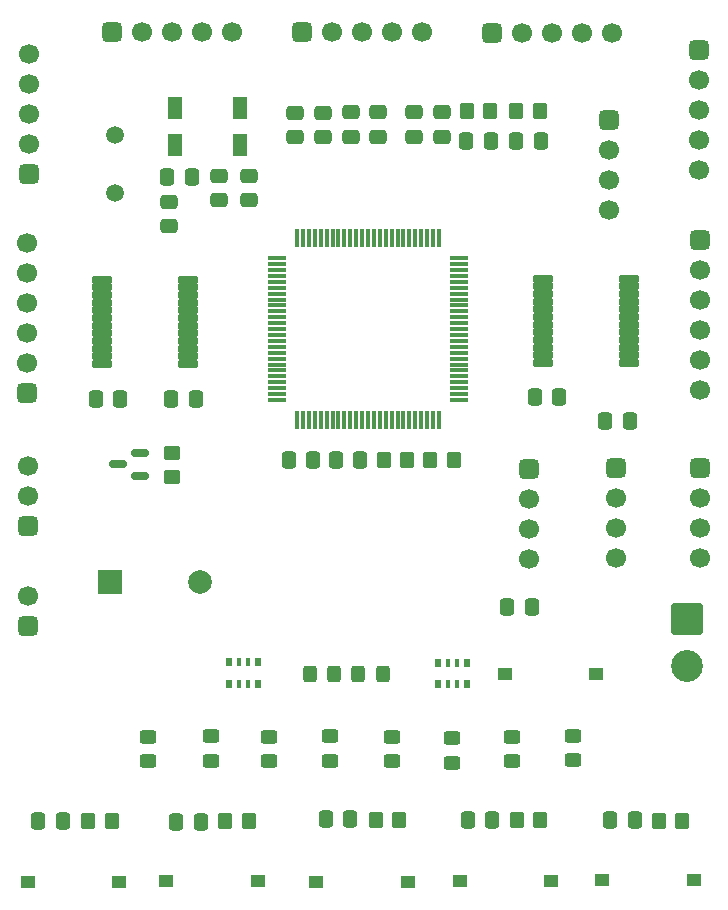
<source format=gts>
G04 #@! TF.GenerationSoftware,KiCad,Pcbnew,7.0.8*
G04 #@! TF.CreationDate,2023-11-09T09:46:19+07:00*
G04 #@! TF.ProjectId,PCB v2,50434220-7632-42e6-9b69-6361645f7063,rev?*
G04 #@! TF.SameCoordinates,Original*
G04 #@! TF.FileFunction,Soldermask,Top*
G04 #@! TF.FilePolarity,Negative*
%FSLAX46Y46*%
G04 Gerber Fmt 4.6, Leading zero omitted, Abs format (unit mm)*
G04 Created by KiCad (PCBNEW 7.0.8) date 2023-11-09 09:46:19*
%MOMM*%
%LPD*%
G01*
G04 APERTURE LIST*
G04 Aperture macros list*
%AMRoundRect*
0 Rectangle with rounded corners*
0 $1 Rounding radius*
0 $2 $3 $4 $5 $6 $7 $8 $9 X,Y pos of 4 corners*
0 Add a 4 corners polygon primitive as box body*
4,1,4,$2,$3,$4,$5,$6,$7,$8,$9,$2,$3,0*
0 Add four circle primitives for the rounded corners*
1,1,$1+$1,$2,$3*
1,1,$1+$1,$4,$5*
1,1,$1+$1,$6,$7*
1,1,$1+$1,$8,$9*
0 Add four rect primitives between the rounded corners*
20,1,$1+$1,$2,$3,$4,$5,0*
20,1,$1+$1,$4,$5,$6,$7,0*
20,1,$1+$1,$6,$7,$8,$9,0*
20,1,$1+$1,$8,$9,$2,$3,0*%
G04 Aperture macros list end*
%ADD10RoundRect,0.425000X-0.425000X0.425000X-0.425000X-0.425000X0.425000X-0.425000X0.425000X0.425000X0*%
%ADD11C,1.700000*%
%ADD12RoundRect,0.250000X0.475000X-0.337500X0.475000X0.337500X-0.475000X0.337500X-0.475000X-0.337500X0*%
%ADD13C,2.700000*%
%ADD14RoundRect,0.250001X-1.099999X1.099999X-1.099999X-1.099999X1.099999X-1.099999X1.099999X1.099999X0*%
%ADD15RoundRect,0.250000X0.337500X0.475000X-0.337500X0.475000X-0.337500X-0.475000X0.337500X-0.475000X0*%
%ADD16RoundRect,0.250000X0.450000X-0.325000X0.450000X0.325000X-0.450000X0.325000X-0.450000X-0.325000X0*%
%ADD17RoundRect,0.250000X0.350000X0.450000X-0.350000X0.450000X-0.350000X-0.450000X0.350000X-0.450000X0*%
%ADD18R,0.500000X0.800000*%
%ADD19R,0.400000X0.800000*%
%ADD20RoundRect,0.425000X-0.425000X-0.425000X0.425000X-0.425000X0.425000X0.425000X-0.425000X0.425000X0*%
%ADD21RoundRect,0.250000X-0.475000X0.337500X-0.475000X-0.337500X0.475000X-0.337500X0.475000X0.337500X0*%
%ADD22RoundRect,0.102000X0.750000X-0.200000X0.750000X0.200000X-0.750000X0.200000X-0.750000X-0.200000X0*%
%ADD23RoundRect,0.250000X-0.337500X-0.475000X0.337500X-0.475000X0.337500X0.475000X-0.337500X0.475000X0*%
%ADD24R,1.250000X1.000000*%
%ADD25RoundRect,0.425000X0.425000X-0.425000X0.425000X0.425000X-0.425000X0.425000X-0.425000X-0.425000X0*%
%ADD26RoundRect,0.150000X0.587500X0.150000X-0.587500X0.150000X-0.587500X-0.150000X0.587500X-0.150000X0*%
%ADD27RoundRect,0.102000X-0.750000X0.200000X-0.750000X-0.200000X0.750000X-0.200000X0.750000X0.200000X0*%
%ADD28RoundRect,0.250000X-0.350000X-0.450000X0.350000X-0.450000X0.350000X0.450000X-0.350000X0.450000X0*%
%ADD29RoundRect,0.075000X-0.075000X-0.725000X0.075000X-0.725000X0.075000X0.725000X-0.075000X0.725000X0*%
%ADD30RoundRect,0.075000X-0.725000X-0.075000X0.725000X-0.075000X0.725000X0.075000X-0.725000X0.075000X0*%
%ADD31RoundRect,0.250000X0.450000X-0.350000X0.450000X0.350000X-0.450000X0.350000X-0.450000X-0.350000X0*%
%ADD32R,1.300000X1.900000*%
%ADD33C,1.500000*%
%ADD34C,2.000000*%
%ADD35R,2.000000X2.000000*%
%ADD36RoundRect,0.250000X0.325000X0.450000X-0.325000X0.450000X-0.325000X-0.450000X0.325000X-0.450000X0*%
G04 APERTURE END LIST*
D10*
X172058500Y-95500000D03*
D11*
X172058500Y-98040000D03*
X172058500Y-100580000D03*
X172058500Y-103120000D03*
D12*
X131288500Y-72857500D03*
X131288500Y-70782500D03*
D13*
X170930000Y-112252500D03*
D14*
X170930000Y-108292500D03*
D15*
X122930000Y-89720000D03*
X120855000Y-89720000D03*
D16*
X151070000Y-120460000D03*
X151070000Y-118410000D03*
D10*
X164358500Y-66080000D03*
D11*
X164358500Y-68620000D03*
X164358500Y-71160000D03*
X164358500Y-73700000D03*
D16*
X130630000Y-120290000D03*
X130630000Y-118240000D03*
D17*
X151160000Y-94860000D03*
X149160000Y-94860000D03*
D18*
X132170000Y-111970000D03*
D19*
X132970000Y-111970000D03*
X133770000Y-111970000D03*
D18*
X134570000Y-111970000D03*
X134570000Y-113770000D03*
D19*
X133770000Y-113770000D03*
X132970000Y-113770000D03*
D18*
X132170000Y-113770000D03*
D16*
X145970000Y-120350000D03*
X145970000Y-118300000D03*
X156110000Y-120350000D03*
X156110000Y-118300000D03*
D20*
X138368500Y-58600000D03*
D11*
X140908500Y-58600000D03*
X143448500Y-58600000D03*
X145988500Y-58600000D03*
X148528500Y-58600000D03*
D21*
X127058500Y-75070000D03*
X127058500Y-72995000D03*
D22*
X158760000Y-86630000D03*
X158760000Y-85980000D03*
X158760000Y-85330000D03*
X158760000Y-84680000D03*
X158760000Y-84030000D03*
X158760000Y-83380000D03*
X158760000Y-82730000D03*
X158760000Y-82080000D03*
X158760000Y-81430000D03*
X158760000Y-80780000D03*
X158760000Y-80130000D03*
X158760000Y-79480000D03*
X166010000Y-79480000D03*
X166010000Y-80130000D03*
X166010000Y-80780000D03*
X166010000Y-81430000D03*
X166010000Y-82080000D03*
X166010000Y-82730000D03*
X166010000Y-83380000D03*
X166010000Y-84030000D03*
X166010000Y-84680000D03*
X166010000Y-85330000D03*
X166010000Y-85980000D03*
X166010000Y-86630000D03*
D23*
X152357500Y-125316000D03*
X154432500Y-125316000D03*
D11*
X164890000Y-103160000D03*
X164890000Y-100620000D03*
X164890000Y-98080000D03*
D10*
X164890000Y-95540000D03*
D24*
X126813500Y-130510000D03*
X134563500Y-130510000D03*
D15*
X155722500Y-107280000D03*
X157797500Y-107280000D03*
D23*
X127703500Y-125460000D03*
X129778500Y-125460000D03*
D21*
X137718500Y-65442500D03*
X137718500Y-67517500D03*
X142468500Y-65405000D03*
X142468500Y-67480000D03*
X140118500Y-65445000D03*
X140118500Y-67520000D03*
X150148500Y-65410000D03*
X150148500Y-67485000D03*
D25*
X115098500Y-108930000D03*
D11*
X115098500Y-106390000D03*
D17*
X133838500Y-125410000D03*
X131838500Y-125410000D03*
D26*
X124610000Y-94270000D03*
X124610000Y-96170000D03*
X122735000Y-95220000D03*
D10*
X171957700Y-60170000D03*
D11*
X171957700Y-62710000D03*
X171957700Y-65250000D03*
X171957700Y-67790000D03*
X171957700Y-70330000D03*
D25*
X115174000Y-70622500D03*
D11*
X115174000Y-68082500D03*
X115174000Y-65542500D03*
X115174000Y-63002500D03*
X115174000Y-60462500D03*
D17*
X122216000Y-125380000D03*
X120216000Y-125380000D03*
D24*
X151693500Y-130510000D03*
X159443500Y-130510000D03*
D23*
X141205000Y-94860000D03*
X143280000Y-94860000D03*
D16*
X125290000Y-120330000D03*
X125290000Y-118280000D03*
X135510000Y-120350000D03*
X135510000Y-118300000D03*
D15*
X158563500Y-67840000D03*
X156488500Y-67840000D03*
D23*
X115998500Y-125410000D03*
X118073500Y-125410000D03*
D16*
X140660000Y-120290000D03*
X140660000Y-118240000D03*
X161260000Y-120240000D03*
X161260000Y-118190000D03*
D20*
X122248500Y-58600000D03*
D11*
X124788500Y-58600000D03*
X127328500Y-58600000D03*
X129868500Y-58600000D03*
X132408500Y-58600000D03*
D24*
X155495000Y-112940000D03*
X163245000Y-112940000D03*
X171498500Y-130440000D03*
X163748500Y-130440000D03*
D17*
X158496500Y-125316000D03*
X156496500Y-125316000D03*
D27*
X128640000Y-79570000D03*
X128640000Y-80220000D03*
X128640000Y-80870000D03*
X128640000Y-81520000D03*
X128640000Y-82170000D03*
X128640000Y-82820000D03*
X128640000Y-83470000D03*
X128640000Y-84120000D03*
X128640000Y-84770000D03*
X128640000Y-85420000D03*
X128640000Y-86070000D03*
X128640000Y-86720000D03*
X121390000Y-86720000D03*
X121390000Y-86070000D03*
X121390000Y-85420000D03*
X121390000Y-84770000D03*
X121390000Y-84120000D03*
X121390000Y-83470000D03*
X121390000Y-82820000D03*
X121390000Y-82170000D03*
X121390000Y-81520000D03*
X121390000Y-80870000D03*
X121390000Y-80220000D03*
X121390000Y-79570000D03*
D25*
X115078500Y-89200000D03*
D11*
X115078500Y-86660000D03*
X115078500Y-84120000D03*
X115078500Y-81580000D03*
X115078500Y-79040000D03*
X115078500Y-76500000D03*
D23*
X137207500Y-94850000D03*
X139282500Y-94850000D03*
D11*
X157544500Y-103230000D03*
X157544500Y-100690000D03*
X157544500Y-98150000D03*
D10*
X157544500Y-95610000D03*
D28*
X152288500Y-65310000D03*
X154288500Y-65310000D03*
D10*
X171997700Y-76240000D03*
D11*
X171997700Y-78780000D03*
X171997700Y-81320000D03*
X171997700Y-83860000D03*
X171997700Y-86400000D03*
X171997700Y-88940000D03*
D21*
X147798500Y-65380000D03*
X147798500Y-67455000D03*
D29*
X137920000Y-76085000D03*
X138420000Y-76085000D03*
X138920000Y-76085000D03*
X139420000Y-76085000D03*
X139920000Y-76085000D03*
X140420000Y-76085000D03*
X140920000Y-76085000D03*
X141420000Y-76085000D03*
X141920000Y-76085000D03*
X142420000Y-76085000D03*
X142920000Y-76085000D03*
X143420000Y-76085000D03*
X143920000Y-76085000D03*
X144420000Y-76085000D03*
X144920000Y-76085000D03*
X145420000Y-76085000D03*
X145920000Y-76085000D03*
X146420000Y-76085000D03*
X146920000Y-76085000D03*
X147420000Y-76085000D03*
X147920000Y-76085000D03*
X148420000Y-76085000D03*
X148920000Y-76085000D03*
X149420000Y-76085000D03*
X149920000Y-76085000D03*
D30*
X151595000Y-77760000D03*
X151595000Y-78260000D03*
X151595000Y-78760000D03*
X151595000Y-79260000D03*
X151595000Y-79760000D03*
X151595000Y-80260000D03*
X151595000Y-80760000D03*
X151595000Y-81260000D03*
X151595000Y-81760000D03*
X151595000Y-82260000D03*
X151595000Y-82760000D03*
X151595000Y-83260000D03*
X151595000Y-83760000D03*
X151595000Y-84260000D03*
X151595000Y-84760000D03*
X151595000Y-85260000D03*
X151595000Y-85760000D03*
X151595000Y-86260000D03*
X151595000Y-86760000D03*
X151595000Y-87260000D03*
X151595000Y-87760000D03*
X151595000Y-88260000D03*
X151595000Y-88760000D03*
X151595000Y-89260000D03*
X151595000Y-89760000D03*
D29*
X149920000Y-91435000D03*
X149420000Y-91435000D03*
X148920000Y-91435000D03*
X148420000Y-91435000D03*
X147920000Y-91435000D03*
X147420000Y-91435000D03*
X146920000Y-91435000D03*
X146420000Y-91435000D03*
X145920000Y-91435000D03*
X145420000Y-91435000D03*
X144920000Y-91435000D03*
X144420000Y-91435000D03*
X143920000Y-91435000D03*
X143420000Y-91435000D03*
X142920000Y-91435000D03*
X142420000Y-91435000D03*
X141920000Y-91435000D03*
X141420000Y-91435000D03*
X140920000Y-91435000D03*
X140420000Y-91435000D03*
X139920000Y-91435000D03*
X139420000Y-91435000D03*
X138920000Y-91435000D03*
X138420000Y-91435000D03*
X137920000Y-91435000D03*
D30*
X136245000Y-89760000D03*
X136245000Y-89260000D03*
X136245000Y-88760000D03*
X136245000Y-88260000D03*
X136245000Y-87760000D03*
X136245000Y-87260000D03*
X136245000Y-86760000D03*
X136245000Y-86260000D03*
X136245000Y-85760000D03*
X136245000Y-85260000D03*
X136245000Y-84760000D03*
X136245000Y-84260000D03*
X136245000Y-83760000D03*
X136245000Y-83260000D03*
X136245000Y-82760000D03*
X136245000Y-82260000D03*
X136245000Y-81760000D03*
X136245000Y-81260000D03*
X136245000Y-80760000D03*
X136245000Y-80260000D03*
X136245000Y-79760000D03*
X136245000Y-79260000D03*
X136245000Y-78760000D03*
X136245000Y-78260000D03*
X136245000Y-77760000D03*
D31*
X127320000Y-96290000D03*
X127320000Y-94290000D03*
D32*
X127608500Y-68210000D03*
X133108500Y-68210000D03*
X133108500Y-65010000D03*
X127608500Y-65010000D03*
D15*
X160130000Y-89530000D03*
X158055000Y-89530000D03*
D23*
X140359500Y-125282000D03*
X142434500Y-125282000D03*
X166067500Y-91560000D03*
X163992500Y-91560000D03*
D17*
X168538500Y-125380000D03*
X170538500Y-125380000D03*
X147240000Y-94860000D03*
X145240000Y-94860000D03*
X146558500Y-125316000D03*
X144558500Y-125316000D03*
D25*
X115118500Y-100420000D03*
D11*
X115118500Y-97880000D03*
X115118500Y-95340000D03*
D12*
X133818500Y-72845000D03*
X133818500Y-70770000D03*
D24*
X115128500Y-130580000D03*
X122878500Y-130580000D03*
D18*
X149870000Y-112000000D03*
D19*
X150670000Y-112000000D03*
X151470000Y-112000000D03*
D18*
X152270000Y-112000000D03*
X152270000Y-113800000D03*
D19*
X151470000Y-113800000D03*
X150670000Y-113800000D03*
D18*
X149870000Y-113800000D03*
D17*
X158478500Y-65290000D03*
X156478500Y-65290000D03*
D21*
X144788500Y-65380000D03*
X144788500Y-67455000D03*
D33*
X122458500Y-67337500D03*
X122458500Y-72217500D03*
D24*
X139523500Y-130610000D03*
X147273500Y-130610000D03*
D20*
X154418500Y-58650000D03*
D11*
X156958500Y-58650000D03*
X159498500Y-58650000D03*
X162038500Y-58650000D03*
X164578500Y-58650000D03*
D34*
X129660000Y-105210000D03*
D35*
X122060000Y-105210000D03*
D23*
X164443500Y-125360000D03*
X166518500Y-125360000D03*
D15*
X128988500Y-70920000D03*
X126913500Y-70920000D03*
X154298500Y-67830000D03*
X152223500Y-67830000D03*
D23*
X129330000Y-89670000D03*
X127255000Y-89670000D03*
D36*
X141022500Y-112980000D03*
X138972500Y-112980000D03*
X143110000Y-113000000D03*
X145160000Y-113000000D03*
M02*

</source>
